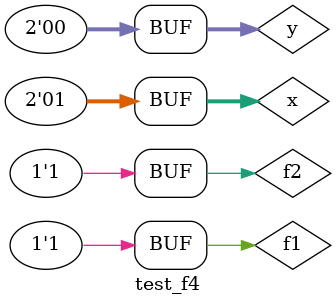
<source format=v>
 
module selecionador (output [1:0]saida, input [1:0]entrada1, input [1:0]entrada2, input chave);
	wire [3:0]s1;
	wire saida_not;
	
	not NOT1(saida_not, chave);
	
	and AND1(s1[0], entrada1[0], chave);
	and AND2(s1[1], entrada1[1], chave);
	
	and AND3(s1[2], entrada2[0], saida_not);
	and AND4(s1[3], entrada2[1], saida_not);
	
	or OR1(saida[0], s1[0], s1[2]);
	or OR2(saida[1], s1[1], s1[3]);
	
endmodule // -- selecionador

// -------------------------
// --- f4_gate
// -------------------------
module f4 (output [1:0]s, input [1:0]a, input [1:0]b, input flag1, input flag2);
	wire [1:0]saida_xor;
	wire [1:0]saida_or;
	wire [1:0]saida_xnor;
	wire [1:0]saida_nor;
	
	wire [1:0]s1;
	wire [1:0]s2;
	
	xor XOR1(saida_xor[0], a[0], b[0]);
	xor XOR2(saida_xor[1], a[1], b[1]);
	
	or OR1(saida_or[0], a[0], b[0]);
	or OR2(saida_or[1], a[1], b[1]);
	
	xnor XNOR1(saida_xnor[0], a[0], b[0]);
	xnor XNOR2(saida_xnor[1], a[1], b[1]);
	
	nor NOR1(saida_nor[0], a[0], b[0]);
	nor NOR2(saida_nor[1], a[1], b[1]);
	
	selecionador SEL1 (s1, saida_xor, saida_or, flag1);
	selecionador SEL2 (s2, saida_xnor, saida_nor, flag1);
	selecionador SEL3 (s, s2, s1, flag2);
	
endmodule // -- f4

// -------------------------
// --- modulo de teste
// -------------------------
module test_f4;
	
	reg  [1:0] x;
	reg  [1:0] y;
	reg  f1;
	reg  f2;
	
	wire [1:0] z;
	
	f4 modulo (z, x, y, f1, f2);
	
	// -- parte principal
	initial begin
	
	$display("Exemplo0034 - Ana Cristina Pereira Teixeira - 427385");
	$display("Test LU's module");
 	$display("Legenda da chave: 00-OR; 01-NOR; 10-XOR; 11-XNOR\n");
	
	#1 x = 2'b01; y = 2'b10; f1 = 0; f2 = 0;
	$monitor("Flag = %2b%2b \t x = %2b\t y = %2b\t Saida = %2b", f1, f2, x, y, z);
	#1 x = 2'b01; y = 2'b10; f1 = 0; f2 = 1; 
	#1 x = 2'b01; y = 2'b10; f1 = 1; f2 = 0;
	#1 x = 2'b01; y = 2'b10; f1 = 1; f2 = 1;
	
	#1 x = 2'b11; y = 2'b00; f1 = 0; f2 = 0;
	#1 x = 2'b11; y = 2'b00; f1 = 0; f2 = 1; 
	#1 x = 2'b11; y = 2'b00; f1 = 1; f2 = 0;
	#1 x = 2'b11; y = 2'b00; f1 = 1; f2 = 1;
		
	#1 x = 2'b10; y = 2'b10; f1 = 0; f2 = 0;
	#1 x = 2'b10; y = 2'b10; f1 = 0; f2 = 1; 
	#1 x = 2'b10; y = 2'b10; f1 = 1; f2 = 0;
	#1 x = 2'b10; y = 2'b10; f1 = 1; f2 = 1;
		 
	#1 x = 2'b01; y = 2'b00; f1 = 0; f2 = 0;
	#1 x = 2'b01; y = 2'b00; f1 = 0; f2 = 1; 
	#1 x = 2'b01; y = 2'b00; f1 = 1; f2 = 0;
	#1 x = 2'b01; y = 2'b00; f1 = 1; f2 = 1;

	end
endmodule // -- test_f4
// --- previsao de testes
// -- Legenda da chave: 00-OR; 01-NOR; 10-XOR; 11-XNOR

// -- Flag =  0 0 	 x = 01	 y = 10	 Saida = 11
// -- Flag =  0 1 	 x = 01	 y = 10	 Saida = 00
// -- Flag =  1 0 	 x = 01	 y = 10	 Saida = 11
// -- Flag =  1 1 	 x = 01	 y = 10	 Saida = 00

// -- Flag =  0 0 	 x = 11	 y = 00	 Saida = 11
// -- Flag =  0 1 	 x = 11	 y = 00	 Saida = 00
// -- Flag =  1 0 	 x = 11	 y = 00	 Saida = 11
// -- Flag =  1 1 	 x = 11	 y = 00	 Saida = 00

// -- Flag =  0 0 	 x = 10	 y = 10	 Saida = 10
// -- Flag =  0 1 	 x = 10	 y = 10	 Saida = 01
// -- Flag =  1 0 	 x = 10	 y = 10	 Saida = 00
// -- Flag =  1 1 	 x = 10	 y = 10	 Saida = 11

// -- Flag =  0 0 	 x = 01	 y = 00	 Saida = 01
// -- Flag =  0 1 	 x = 01	 y = 00	 Saida = 10
// -- Flag =  1 0 	 x = 01	 y = 00	 Saida = 01
// -- Flag =  1 1 	 x = 01	 y = 00	 Saida = 10
</source>
